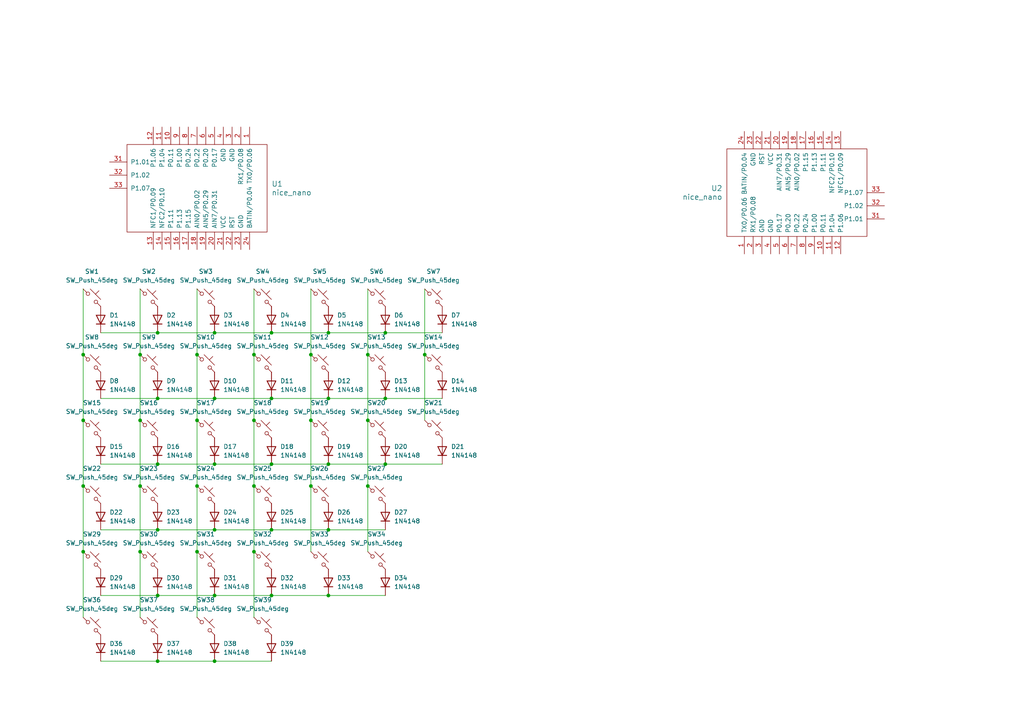
<source format=kicad_sch>
(kicad_sch (version 20250114) (generator "eeschema") (generator_version "9.0")
  (paper "A4")
  (lib_symbols
    (symbol "Diode:1N4148" (pin_numbers (hide yes)) (pin_names (hide yes))
      (property "Reference" "D" (at 0 2.54 0))
      (property "Value" "1N4148" (at 0 -2.54 0))
      (symbol "1N4148_0_1"
        (polyline (pts (xy -1.27 1.27) (xy -1.27 -1.27)) (stroke (width 0.254)))
        (polyline (pts (xy 1.27 1.27) (xy 1.27 -1.27) (xy -1.27 0) (xy 1.27 1.27)) (stroke (width 0.254)))
        (polyline (pts (xy 1.27 0) (xy -1.27 0)))
      )
      (symbol "1N4148_1_1"
        (pin passive line (at -3.81 0 0) (length 2.54) (name "K") (number "1"))
        (pin passive line (at 3.81 0 180) (length 2.54) (name "A") (number "2"))
      )
    )
    (symbol "Switch:SW_Push_45deg" (pin_numbers (hide yes)) (pin_names (offset 1.016) (hide yes))
      (property "Reference" "SW" (at 3.048 1.016 0))
      (property "Value" "SW_Push_45deg" (at 0 -3.81 0))
      (symbol "SW_Push_45deg_0_1"
        (polyline (pts (xy -2.54 2.54) (xy -1.524 1.524) (xy -1.524 1.524)))
        (circle (center -1.1684 1.1684) (radius 0.508))
        (polyline (pts (xy -0.508 2.54) (xy 2.54 -0.508)))
        (polyline (pts (xy 1.016 1.016) (xy 2.032 2.032)))
        (circle (center 1.143 -1.1938) (radius 0.508))
        (polyline (pts (xy 1.524 -1.524) (xy 2.54 -2.54) (xy 2.54 -2.54) (xy 2.54 -2.54)))
        (pin passive line (at -2.54 2.54 0) (length 0) (name "1") (number "1"))
        (pin passive line (at 2.54 -2.54 180) (length 0) (name "2") (number "2"))
      )
    )
    (symbol "nicenano:nice_nano" (pin_names (offset 1.016))
      (property "Reference" "U" (at 0 0 0))
      (property "Value" "nice_nano" (at 0 2.54 0))
      (symbol "nice_nano_0_1"
        (rectangle (start -12.7 -21.59) (end 12.7 19.05))
      )
      (symbol "nice_nano_1_1"
        (pin input line (at -17.78 13.97 0) (length 5.08) (name "TX0/P0.06") (number "1"))
        (pin input line (at -17.78 11.43 0) (length 5.08) (name "RX1/P0.08") (number "2"))
        (pin input line (at -17.78 8.89 0) (length 5.08) (name "GND") (number "3"))
        (pin input line (at -17.78 6.35 0) (length 5.08) (name "GND") (number "4"))
        (pin input line (at -17.78 3.81 0) (length 5.08) (name "P0.17") (number "5"))
        (pin input line (at -17.78 1.27 0) (length 5.08) (name "P0.20") (number "6"))
        (pin input line (at -17.78 -1.27 0) (length 5.08) (name "P0.22") (number "7"))
        (pin input line (at -17.78 -3.81 0) (length 5.08) (name "P0.24") (number "8"))
        (pin input line (at -17.78 -6.35 0) (length 5.08) (name "P1.00") (number "9"))
        (pin input line (at -17.78 -8.89 0) (length 5.08) (name "P0.11") (number "10"))
        (pin input line (at -17.78 -11.43 0) (length 5.08) (name "P1.04") (number "11"))
        (pin input line (at -17.78 -13.97 0) (length 5.08) (name "P1.06") (number "12"))
        (pin input line (at -7.62 -26.67 90) (length 5.08) (name "P1.01") (number "31"))
        (pin input line (at -3.81 -26.67 90) (length 5.08) (name "P1.02") (number "32"))
        (pin input line (at 0 -26.67 90) (length 5.08) (name "P1.07") (number "33"))
        (pin input line (at 17.78 13.97 180) (length 5.08) (name "BATIN/P0.04") (number "24"))
        (pin input line (at 17.78 11.43 180) (length 5.08) (name "GND") (number "23"))
        (pin input line (at 17.78 8.89 180) (length 5.08) (name "RST") (number "22"))
        (pin input line (at 17.78 6.35 180) (length 5.08) (name "VCC") (number "21"))
        (pin input line (at 17.78 3.81 180) (length 5.08) (name "AIN7/P0.31") (number "20"))
        (pin input line (at 17.78 1.27 180) (length 5.08) (name "AIN5/P0.29") (number "19"))
        (pin input line (at 17.78 -1.27 180) (length 5.08) (name "AIN0/P0.02") (number "18"))
        (pin input line (at 17.78 -3.81 180) (length 5.08) (name "P1.15") (number "17"))
        (pin input line (at 17.78 -6.35 180) (length 5.08) (name "P1.13") (number "16"))
        (pin input line (at 17.78 -8.89 180) (length 5.08) (name "P1.11") (number "15"))
        (pin input line (at 17.78 -11.43 180) (length 5.08) (name "NFC2/P0.10") (number "14"))
        (pin input line (at 17.78 -13.97 180) (length 5.08) (name "NFC1/P0.09") (number "13"))
      )
    )
  )
  (junction (at 73.66 102.87))
  (junction (at 62.23 115.57))
  (junction (at 106.68 140.97))
  (junction (at 95.25 153.67))
  (junction (at 111.76 134.62))
  (junction (at 123.19 102.87))
  (junction (at 62.23 172.72))
  (junction (at 95.25 134.62))
  (junction (at 45.72 115.57))
  (junction (at 62.23 134.62))
  (junction (at 62.23 153.67))
  (junction (at 45.72 134.62))
  (junction (at 78.74 115.57))
  (junction (at 40.64 140.97))
  (junction (at 57.15 160.02))
  (junction (at 95.25 115.57))
  (junction (at 57.15 102.87))
  (junction (at 95.25 172.72))
  (junction (at 111.76 96.52))
  (junction (at 40.64 102.87))
  (junction (at 45.72 153.67))
  (junction (at 62.23 191.77))
  (junction (at 78.74 153.67))
  (junction (at 40.64 121.92))
  (junction (at 57.15 121.92))
  (junction (at 78.74 134.62))
  (junction (at 106.68 121.92))
  (junction (at 78.74 172.72))
  (junction (at 106.68 102.87))
  (junction (at 73.66 121.92))
  (junction (at 73.66 160.02))
  (junction (at 24.13 121.92))
  (junction (at 90.17 140.97))
  (junction (at 24.13 160.02))
  (junction (at 45.72 191.77))
  (junction (at 45.72 96.52))
  (junction (at 111.76 115.57))
  (junction (at 78.74 96.52))
  (junction (at 95.25 96.52))
  (junction (at 73.66 140.97))
  (junction (at 62.23 96.52))
  (junction (at 40.64 160.02))
  (junction (at 90.17 121.92))
  (junction (at 24.13 102.87))
  (junction (at 57.15 140.97))
  (junction (at 90.17 102.87))
  (junction (at 45.72 172.72))
  (junction (at 24.13 140.97))
  (wire (pts (xy 29.21 134.62) (xy 45.72 134.62)))
  (wire (pts (xy 29.21 115.57) (xy 45.72 115.57)))
  (wire (pts (xy 57.15 83.82) (xy 57.15 102.87)))
  (wire (pts (xy 40.64 140.97) (xy 40.64 160.02)))
  (wire (pts (xy 24.13 140.97) (xy 24.13 160.02)))
  (wire (pts (xy 29.21 153.67) (xy 45.72 153.67)))
  (wire (pts (xy 95.25 153.67) (xy 111.76 153.67)))
  (wire (pts (xy 123.19 102.87) (xy 123.19 121.92)))
  (wire (pts (xy 24.13 160.02) (xy 24.13 179.07)))
  (wire (pts (xy 24.13 83.82) (xy 24.13 102.87)))
  (wire (pts (xy 45.72 115.57) (xy 62.23 115.57)))
  (wire (pts (xy 45.72 153.67) (xy 62.23 153.67)))
  (wire (pts (xy 24.13 121.92) (xy 24.13 140.97)))
  (wire (pts (xy 90.17 140.97) (xy 90.17 160.02)))
  (wire (pts (xy 95.25 96.52) (xy 111.76 96.52)))
  (wire (pts (xy 40.64 121.92) (xy 40.64 140.97)))
  (wire (pts (xy 45.72 191.77) (xy 62.23 191.77)))
  (wire (pts (xy 78.74 134.62) (xy 95.25 134.62)))
  (wire (pts (xy 29.21 172.72) (xy 45.72 172.72)))
  (wire (pts (xy 111.76 115.57) (xy 128.27 115.57)))
  (wire (pts (xy 106.68 140.97) (xy 106.68 160.02)))
  (wire (pts (xy 106.68 102.87) (xy 106.68 121.92)))
  (wire (pts (xy 62.23 96.52) (xy 78.74 96.52)))
  (wire (pts (xy 73.66 102.87) (xy 73.66 121.92)))
  (wire (pts (xy 111.76 134.62) (xy 128.27 134.62)))
  (wire (pts (xy 78.74 172.72) (xy 95.25 172.72)))
  (wire (pts (xy 62.23 153.67) (xy 78.74 153.67)))
  (wire (pts (xy 95.25 115.57) (xy 111.76 115.57)))
  (wire (pts (xy 45.72 172.72) (xy 62.23 172.72)))
  (wire (pts (xy 78.74 96.52) (xy 95.25 96.52)))
  (wire (pts (xy 40.64 160.02) (xy 40.64 179.07)))
  (wire (pts (xy 73.66 83.82) (xy 73.66 102.87)))
  (wire (pts (xy 45.72 96.52) (xy 62.23 96.52)))
  (wire (pts (xy 62.23 172.72) (xy 78.74 172.72)))
  (wire (pts (xy 62.23 134.62) (xy 78.74 134.62)))
  (wire (pts (xy 24.13 102.87) (xy 24.13 121.92)))
  (wire (pts (xy 106.68 83.82) (xy 106.68 102.87)))
  (wire (pts (xy 57.15 121.92) (xy 57.15 140.97)))
  (wire (pts (xy 123.19 83.82) (xy 123.19 102.87)))
  (wire (pts (xy 95.25 172.72) (xy 111.76 172.72)))
  (wire (pts (xy 111.76 96.52) (xy 128.27 96.52)))
  (wire (pts (xy 78.74 115.57) (xy 95.25 115.57)))
  (wire (pts (xy 57.15 140.97) (xy 57.15 160.02)))
  (wire (pts (xy 40.64 102.87) (xy 40.64 121.92)))
  (wire (pts (xy 73.66 121.92) (xy 73.66 140.97)))
  (wire (pts (xy 106.68 121.92) (xy 106.68 140.97)))
  (wire (pts (xy 29.21 96.52) (xy 45.72 96.52)))
  (wire (pts (xy 62.23 115.57) (xy 78.74 115.57)))
  (wire (pts (xy 57.15 160.02) (xy 57.15 179.07)))
  (wire (pts (xy 57.15 102.87) (xy 57.15 121.92)))
  (wire (pts (xy 90.17 83.82) (xy 90.17 102.87)))
  (wire (pts (xy 40.64 83.82) (xy 40.64 102.87)))
  (wire (pts (xy 29.21 191.77) (xy 45.72 191.77)))
  (wire (pts (xy 73.66 160.02) (xy 73.66 179.07)))
  (wire (pts (xy 90.17 121.92) (xy 90.17 140.97)))
  (wire (pts (xy 62.23 191.77) (xy 78.74 191.77)))
  (wire (pts (xy 95.25 134.62) (xy 111.76 134.62)))
  (wire (pts (xy 73.66 140.97) (xy 73.66 160.02)))
  (wire (pts (xy 78.74 153.67) (xy 95.25 153.67)))
  (wire (pts (xy 45.72 134.62) (xy 62.23 134.62)))
  (wire (pts (xy 90.17 102.87) (xy 90.17 121.92)))
  (symbol (lib_id "Switch:SW_Push_45deg") (at 92.71 162.56 0) (unit 1)
    (property "Reference" "SW33" (at 92.71 154.94 0))
    (property "Value" "SW_Push_45deg" (at 92.71 157.48 0))
    (property "Description" "Push button switch, normally open, two pins, 45° tilted" (effects (hide yes)))
  )
  (symbol (lib_id "Switch:SW_Push_45deg") (at 26.67 143.51 0) (unit 1)
    (property "Reference" "SW22" (at 26.67 135.89 0))
    (property "Value" "SW_Push_45deg" (at 26.67 138.43 0))
    (property "Description" "Push button switch, normally open, two pins, 45° tilted" (effects (hide yes)))
  )
  (symbol (lib_id "Diode:1N4148") (at 78.74 149.86 90) (unit 1)
    (property "Reference" "D25" (at 81.28 148.5899 90) (effects (justify right)))
    (property "Value" "1N4148" (at 81.28 151.1299 90) (effects (justify right)))
    (property "Footprint" "Diode_THT:D_DO-35_SOD27_P7.62mm_Horizontal" (effects (hide yes)))
    (property "Datasheet" "https://assets.nexperia.com/documents/data-sheet/1N4148_1N4448.pdf" (effects (hide yes)))
    (property "Description" "100V 0.15A standard switching diode, DO-35" (effects (hide yes)))
    (property "Sim.Device" "D" (effects (hide yes)))
    (property "Sim.Pins" "1=K 2=A" (effects (hide yes)))
  )
  (symbol (lib_id "Switch:SW_Push_45deg") (at 59.69 143.51 0) (unit 1)
    (property "Reference" "SW24" (at 59.69 135.89 0))
    (property "Value" "SW_Push_45deg" (at 59.69 138.43 0))
    (property "Description" "Push button switch, normally open, two pins, 45° tilted" (effects (hide yes)))
  )
  (symbol (lib_id "Switch:SW_Push_45deg") (at 59.69 162.56 0) (unit 1)
    (property "Reference" "SW31" (at 59.69 154.94 0))
    (property "Value" "SW_Push_45deg" (at 59.69 157.48 0))
    (property "Description" "Push button switch, normally open, two pins, 45° tilted" (effects (hide yes)))
  )
  (symbol (lib_id "Diode:1N4148") (at 111.76 111.76 90) (unit 1)
    (property "Reference" "D13" (at 114.3 110.4899 90) (effects (justify right)))
    (property "Value" "1N4148" (at 114.3 113.0299 90) (effects (justify right)))
    (property "Footprint" "Diode_THT:D_DO-35_SOD27_P7.62mm_Horizontal" (effects (hide yes)))
    (property "Datasheet" "https://assets.nexperia.com/documents/data-sheet/1N4148_1N4448.pdf" (effects (hide yes)))
    (property "Description" "100V 0.15A standard switching diode, DO-35" (effects (hide yes)))
    (property "Sim.Device" "D" (effects (hide yes)))
    (property "Sim.Pins" "1=K 2=A" (effects (hide yes)))
  )
  (symbol (lib_id "Diode:1N4148") (at 29.21 149.86 90) (unit 1)
    (property "Reference" "D22" (at 31.75 148.5899 90) (effects (justify right)))
    (property "Value" "1N4148" (at 31.75 151.1299 90) (effects (justify right)))
    (property "Footprint" "Diode_THT:D_DO-35_SOD27_P7.62mm_Horizontal" (effects (hide yes)))
    (property "Datasheet" "https://assets.nexperia.com/documents/data-sheet/1N4148_1N4448.pdf" (effects (hide yes)))
    (property "Description" "100V 0.15A standard switching diode, DO-35" (effects (hide yes)))
    (property "Sim.Device" "D" (effects (hide yes)))
    (property "Sim.Pins" "1=K 2=A" (effects (hide yes)))
  )
  (symbol (lib_id "Switch:SW_Push_45deg") (at 76.2 105.41 0) (unit 1)
    (property "Reference" "SW11" (at 76.2 97.79 0))
    (property "Value" "SW_Push_45deg" (at 76.2 100.33 0))
    (property "Description" "Push button switch, normally open, two pins, 45° tilted" (effects (hide yes)))
  )
  (symbol (lib_id "Diode:1N4148") (at 111.76 92.71 90) (unit 1)
    (property "Reference" "D6" (at 114.3 91.4399 90) (effects (justify right)))
    (property "Value" "1N4148" (at 114.3 93.9799 90) (effects (justify right)))
    (property "Footprint" "Diode_THT:D_DO-35_SOD27_P7.62mm_Horizontal" (effects (hide yes)))
    (property "Datasheet" "https://assets.nexperia.com/documents/data-sheet/1N4148_1N4448.pdf" (effects (hide yes)))
    (property "Description" "100V 0.15A standard switching diode, DO-35" (effects (hide yes)))
    (property "Sim.Device" "D" (effects (hide yes)))
    (property "Sim.Pins" "1=K 2=A" (effects (hide yes)))
  )
  (symbol (lib_id "Diode:1N4148") (at 128.27 111.76 90) (unit 1)
    (property "Reference" "D14" (at 130.81 110.4899 90) (effects (justify right)))
    (property "Value" "1N4148" (at 130.81 113.0299 90) (effects (justify right)))
    (property "Footprint" "Diode_THT:D_DO-35_SOD27_P7.62mm_Horizontal" (effects (hide yes)))
    (property "Datasheet" "https://assets.nexperia.com/documents/data-sheet/1N4148_1N4448.pdf" (effects (hide yes)))
    (property "Description" "100V 0.15A standard switching diode, DO-35" (effects (hide yes)))
    (property "Sim.Device" "D" (effects (hide yes)))
    (property "Sim.Pins" "1=K 2=A" (effects (hide yes)))
  )
  (symbol (lib_id "Diode:1N4148") (at 45.72 187.96 90) (unit 1)
    (property "Reference" "D37" (at 48.26 186.6899 90) (effects (justify right)))
    (property "Value" "1N4148" (at 48.26 189.2299 90) (effects (justify right)))
    (property "Footprint" "Diode_THT:D_DO-35_SOD27_P7.62mm_Horizontal" (effects (hide yes)))
    (property "Datasheet" "https://assets.nexperia.com/documents/data-sheet/1N4148_1N4448.pdf" (effects (hide yes)))
    (property "Description" "100V 0.15A standard switching diode, DO-35" (effects (hide yes)))
    (property "Sim.Device" "D" (effects (hide yes)))
    (property "Sim.Pins" "1=K 2=A" (effects (hide yes)))
  )
  (symbol (lib_id "Diode:1N4148") (at 45.72 149.86 90) (unit 1)
    (property "Reference" "D23" (at 48.26 148.5899 90) (effects (justify right)))
    (property "Value" "1N4148" (at 48.26 151.1299 90) (effects (justify right)))
    (property "Footprint" "Diode_THT:D_DO-35_SOD27_P7.62mm_Horizontal" (effects (hide yes)))
    (property "Datasheet" "https://assets.nexperia.com/documents/data-sheet/1N4148_1N4448.pdf" (effects (hide yes)))
    (property "Description" "100V 0.15A standard switching diode, DO-35" (effects (hide yes)))
    (property "Sim.Device" "D" (effects (hide yes)))
    (property "Sim.Pins" "1=K 2=A" (effects (hide yes)))
  )
  (symbol (lib_id "nicenano:nice_nano") (at 58.42 54.61 270) (unit 1)
    (property "Reference" "U1" (at 78.74 53.3399 90) (effects (font (size 1.524 1.524)) (justify left)))
    (property "Value" "nice_nano" (at 78.74 55.8799 90) (effects (font (size 1.524 1.524)) (justify left)))
  )
  (symbol (lib_id "Switch:SW_Push_45deg") (at 109.22 124.46 0) (unit 1)
    (property "Reference" "SW20" (at 109.22 116.84 0))
    (property "Value" "SW_Push_45deg" (at 109.22 119.38 0))
    (property "Description" "Push button switch, normally open, two pins, 45° tilted" (effects (hide yes)))
  )
  (symbol (lib_id "Switch:SW_Push_45deg") (at 125.73 105.41 0) (unit 1)
    (property "Reference" "SW14" (at 125.73 97.79 0))
    (property "Value" "SW_Push_45deg" (at 125.73 100.33 0))
    (property "Description" "Push button switch, normally open, two pins, 45° tilted" (effects (hide yes)))
  )
  (symbol (lib_id "Diode:1N4148") (at 78.74 92.71 90) (unit 1)
    (property "Reference" "D4" (at 81.28 91.4399 90) (effects (justify right)))
    (property "Value" "1N4148" (at 81.28 93.9799 90) (effects (justify right)))
    (property "Footprint" "Diode_THT:D_DO-35_SOD27_P7.62mm_Horizontal" (effects (hide yes)))
    (property "Datasheet" "https://assets.nexperia.com/documents/data-sheet/1N4148_1N4448.pdf" (effects (hide yes)))
    (property "Description" "100V 0.15A standard switching diode, DO-35" (effects (hide yes)))
    (property "Sim.Device" "D" (effects (hide yes)))
    (property "Sim.Pins" "1=K 2=A" (effects (hide yes)))
  )
  (symbol (lib_id "Diode:1N4148") (at 29.21 187.96 90) (unit 1)
    (property "Reference" "D36" (at 31.75 186.6899 90) (effects (justify right)))
    (property "Value" "1N4148" (at 31.75 189.2299 90) (effects (justify right)))
    (property "Footprint" "Diode_THT:D_DO-35_SOD27_P7.62mm_Horizontal" (effects (hide yes)))
    (property "Datasheet" "https://assets.nexperia.com/documents/data-sheet/1N4148_1N4448.pdf" (effects (hide yes)))
    (property "Description" "100V 0.15A standard switching diode, DO-35" (effects (hide yes)))
    (property "Sim.Device" "D" (effects (hide yes)))
    (property "Sim.Pins" "1=K 2=A" (effects (hide yes)))
  )
  (symbol (lib_id "Switch:SW_Push_45deg") (at 43.18 143.51 0) (unit 1)
    (property "Reference" "SW23" (at 43.18 135.89 0))
    (property "Value" "SW_Push_45deg" (at 43.18 138.43 0))
    (property "Description" "Push button switch, normally open, two pins, 45° tilted" (effects (hide yes)))
  )
  (symbol (lib_id "Switch:SW_Push_45deg") (at 76.2 86.36 0) (unit 1)
    (property "Reference" "SW4" (at 76.2 78.74 0))
    (property "Value" "SW_Push_45deg" (at 76.2 81.28 0))
    (property "Description" "Push button switch, normally open, two pins, 45° tilted" (effects (hide yes)))
  )
  (symbol (lib_id "Switch:SW_Push_45deg") (at 59.69 181.61 0) (unit 1)
    (property "Reference" "SW38" (at 59.69 173.99 0))
    (property "Value" "SW_Push_45deg" (at 59.69 176.53 0))
    (property "Description" "Push button switch, normally open, two pins, 45° tilted" (effects (hide yes)))
  )
  (symbol (lib_id "Diode:1N4148") (at 62.23 168.91 90) (unit 1)
    (property "Reference" "D31" (at 64.77 167.6399 90) (effects (justify right)))
    (property "Value" "1N4148" (at 64.77 170.1799 90) (effects (justify right)))
    (property "Footprint" "Diode_THT:D_DO-35_SOD27_P7.62mm_Horizontal" (effects (hide yes)))
    (property "Datasheet" "https://assets.nexperia.com/documents/data-sheet/1N4148_1N4448.pdf" (effects (hide yes)))
    (property "Description" "100V 0.15A standard switching diode, DO-35" (effects (hide yes)))
    (property "Sim.Device" "D" (effects (hide yes)))
    (property "Sim.Pins" "1=K 2=A" (effects (hide yes)))
  )
  (symbol (lib_id "Diode:1N4148") (at 62.23 130.81 90) (unit 1)
    (property "Reference" "D17" (at 64.77 129.5399 90) (effects (justify right)))
    (property "Value" "1N4148" (at 64.77 132.0799 90) (effects (justify right)))
    (property "Footprint" "Diode_THT:D_DO-35_SOD27_P7.62mm_Horizontal" (effects (hide yes)))
    (property "Datasheet" "https://assets.nexperia.com/documents/data-sheet/1N4148_1N4448.pdf" (effects (hide yes)))
    (property "Description" "100V 0.15A standard switching diode, DO-35" (effects (hide yes)))
    (property "Sim.Device" "D" (effects (hide yes)))
    (property "Sim.Pins" "1=K 2=A" (effects (hide yes)))
  )
  (symbol (lib_id "Switch:SW_Push_45deg") (at 125.73 86.36 0) (unit 1)
    (property "Reference" "SW7" (at 125.73 78.74 0))
    (property "Value" "SW_Push_45deg" (at 125.73 81.28 0))
    (property "Description" "Push button switch, normally open, two pins, 45° tilted" (effects (hide yes)))
  )
  (symbol (lib_id "Diode:1N4148") (at 95.25 149.86 90) (unit 1)
    (property "Reference" "D26" (at 97.79 148.5899 90) (effects (justify right)))
    (property "Value" "1N4148" (at 97.79 151.1299 90) (effects (justify right)))
    (property "Footprint" "Diode_THT:D_DO-35_SOD27_P7.62mm_Horizontal" (effects (hide yes)))
    (property "Datasheet" "https://assets.nexperia.com/documents/data-sheet/1N4148_1N4448.pdf" (effects (hide yes)))
    (property "Description" "100V 0.15A standard switching diode, DO-35" (effects (hide yes)))
    (property "Sim.Device" "D" (effects (hide yes)))
    (property "Sim.Pins" "1=K 2=A" (effects (hide yes)))
  )
  (symbol (lib_id "Switch:SW_Push_45deg") (at 59.69 86.36 0) (unit 1)
    (property "Reference" "SW3" (at 59.69 78.74 0))
    (property "Value" "SW_Push_45deg" (at 59.69 81.28 0))
    (property "Description" "Push button switch, normally open, two pins, 45° tilted" (effects (hide yes)))
  )
  (symbol (lib_id "Switch:SW_Push_45deg") (at 92.71 105.41 0) (unit 1)
    (property "Reference" "SW12" (at 92.71 97.79 0))
    (property "Value" "SW_Push_45deg" (at 92.71 100.33 0))
    (property "Description" "Push button switch, normally open, two pins, 45° tilted" (effects (hide yes)))
  )
  (symbol (lib_id "Switch:SW_Push_45deg") (at 43.18 105.41 0) (unit 1)
    (property "Reference" "SW9" (at 43.18 97.79 0))
    (property "Value" "SW_Push_45deg" (at 43.18 100.33 0))
    (property "Description" "Push button switch, normally open, two pins, 45° tilted" (effects (hide yes)))
  )
  (symbol (lib_id "Switch:SW_Push_45deg") (at 43.18 86.36 0) (unit 1)
    (property "Reference" "SW2" (at 43.18 78.74 0))
    (property "Value" "SW_Push_45deg" (at 43.18 81.28 0))
    (property "Description" "Push button switch, normally open, two pins, 45° tilted" (effects (hide yes)))
  )
  (symbol (lib_id "Diode:1N4148") (at 128.27 130.81 90) (unit 1)
    (property "Reference" "D21" (at 130.81 129.5399 90) (effects (justify right)))
    (property "Value" "1N4148" (at 130.81 132.0799 90) (effects (justify right)))
    (property "Footprint" "Diode_THT:D_DO-35_SOD27_P7.62mm_Horizontal" (effects (hide yes)))
    (property "Datasheet" "https://assets.nexperia.com/documents/data-sheet/1N4148_1N4448.pdf" (effects (hide yes)))
    (property "Description" "100V 0.15A standard switching diode, DO-35" (effects (hide yes)))
    (property "Sim.Device" "D" (effects (hide yes)))
    (property "Sim.Pins" "1=K 2=A" (effects (hide yes)))
  )
  (symbol (lib_id "Diode:1N4148") (at 78.74 168.91 90) (unit 1)
    (property "Reference" "D32" (at 81.28 167.6399 90) (effects (justify right)))
    (property "Value" "1N4148" (at 81.28 170.1799 90) (effects (justify right)))
    (property "Footprint" "Diode_THT:D_DO-35_SOD27_P7.62mm_Horizontal" (effects (hide yes)))
    (property "Datasheet" "https://assets.nexperia.com/documents/data-sheet/1N4148_1N4448.pdf" (effects (hide yes)))
    (property "Description" "100V 0.15A standard switching diode, DO-35" (effects (hide yes)))
    (property "Sim.Device" "D" (effects (hide yes)))
    (property "Sim.Pins" "1=K 2=A" (effects (hide yes)))
  )
  (symbol (lib_id "Diode:1N4148") (at 95.25 130.81 90) (unit 1)
    (property "Reference" "D19" (at 97.79 129.5399 90) (effects (justify right)))
    (property "Value" "1N4148" (at 97.79 132.0799 90) (effects (justify right)))
    (property "Footprint" "Diode_THT:D_DO-35_SOD27_P7.62mm_Horizontal" (effects (hide yes)))
    (property "Datasheet" "https://assets.nexperia.com/documents/data-sheet/1N4148_1N4448.pdf" (effects (hide yes)))
    (property "Description" "100V 0.15A standard switching diode, DO-35" (effects (hide yes)))
    (property "Sim.Device" "D" (effects (hide yes)))
    (property "Sim.Pins" "1=K 2=A" (effects (hide yes)))
  )
  (symbol (lib_id "Switch:SW_Push_45deg") (at 26.67 86.36 0) (unit 1)
    (property "Reference" "SW1" (at 26.67 78.74 0))
    (property "Value" "SW_Push_45deg" (at 26.67 81.28 0))
    (property "Description" "Push button switch, normally open, two pins, 45° tilted" (effects (hide yes)))
  )
  (symbol (lib_id "Diode:1N4148") (at 62.23 149.86 90) (unit 1)
    (property "Reference" "D24" (at 64.77 148.5899 90) (effects (justify right)))
    (property "Value" "1N4148" (at 64.77 151.1299 90) (effects (justify right)))
    (property "Footprint" "Diode_THT:D_DO-35_SOD27_P7.62mm_Horizontal" (effects (hide yes)))
    (property "Datasheet" "https://assets.nexperia.com/documents/data-sheet/1N4148_1N4448.pdf" (effects (hide yes)))
    (property "Description" "100V 0.15A standard switching diode, DO-35" (effects (hide yes)))
    (property "Sim.Device" "D" (effects (hide yes)))
    (property "Sim.Pins" "1=K 2=A" (effects (hide yes)))
  )
  (symbol (lib_id "Diode:1N4148") (at 62.23 187.96 90) (unit 1)
    (property "Reference" "D38" (at 64.77 186.6899 90) (effects (justify right)))
    (property "Value" "1N4148" (at 64.77 189.2299 90) (effects (justify right)))
    (property "Footprint" "Diode_THT:D_DO-35_SOD27_P7.62mm_Horizontal" (effects (hide yes)))
    (property "Datasheet" "https://assets.nexperia.com/documents/data-sheet/1N4148_1N4448.pdf" (effects (hide yes)))
    (property "Description" "100V 0.15A standard switching diode, DO-35" (effects (hide yes)))
    (property "Sim.Device" "D" (effects (hide yes)))
    (property "Sim.Pins" "1=K 2=A" (effects (hide yes)))
  )
  (symbol (lib_id "Diode:1N4148") (at 45.72 92.71 90) (unit 1)
    (property "Reference" "D2" (at 48.26 91.4399 90) (effects (justify right)))
    (property "Value" "1N4148" (at 48.26 93.9799 90) (effects (justify right)))
    (property "Footprint" "Diode_THT:D_DO-35_SOD27_P7.62mm_Horizontal" (effects (hide yes)))
    (property "Datasheet" "https://assets.nexperia.com/documents/data-sheet/1N4148_1N4448.pdf" (effects (hide yes)))
    (property "Description" "100V 0.15A standard switching diode, DO-35" (effects (hide yes)))
    (property "Sim.Device" "D" (effects (hide yes)))
    (property "Sim.Pins" "1=K 2=A" (effects (hide yes)))
  )
  (symbol (lib_id "Diode:1N4148") (at 78.74 130.81 90) (unit 1)
    (property "Reference" "D18" (at 81.28 129.5399 90) (effects (justify right)))
    (property "Value" "1N4148" (at 81.28 132.0799 90) (effects (justify right)))
    (property "Footprint" "Diode_THT:D_DO-35_SOD27_P7.62mm_Horizontal" (effects (hide yes)))
    (property "Datasheet" "https://assets.nexperia.com/documents/data-sheet/1N4148_1N4448.pdf" (effects (hide yes)))
    (property "Description" "100V 0.15A standard switching diode, DO-35" (effects (hide yes)))
    (property "Sim.Device" "D" (effects (hide yes)))
    (property "Sim.Pins" "1=K 2=A" (effects (hide yes)))
  )
  (symbol (lib_id "Diode:1N4148") (at 45.72 111.76 90) (unit 1)
    (property "Reference" "D9" (at 48.26 110.4899 90) (effects (justify right)))
    (property "Value" "1N4148" (at 48.26 113.0299 90) (effects (justify right)))
    (property "Footprint" "Diode_THT:D_DO-35_SOD27_P7.62mm_Horizontal" (effects (hide yes)))
    (property "Datasheet" "https://assets.nexperia.com/documents/data-sheet/1N4148_1N4448.pdf" (effects (hide yes)))
    (property "Description" "100V 0.15A standard switching diode, DO-35" (effects (hide yes)))
    (property "Sim.Device" "D" (effects (hide yes)))
    (property "Sim.Pins" "1=K 2=A" (effects (hide yes)))
  )
  (symbol (lib_id "Diode:1N4148") (at 95.25 92.71 90) (unit 1)
    (property "Reference" "D5" (at 97.79 91.4399 90) (effects (justify right)))
    (property "Value" "1N4148" (at 97.79 93.9799 90) (effects (justify right)))
    (property "Footprint" "Diode_THT:D_DO-35_SOD27_P7.62mm_Horizontal" (effects (hide yes)))
    (property "Datasheet" "https://assets.nexperia.com/documents/data-sheet/1N4148_1N4448.pdf" (effects (hide yes)))
    (property "Description" "100V 0.15A standard switching diode, DO-35" (effects (hide yes)))
    (property "Sim.Device" "D" (effects (hide yes)))
    (property "Sim.Pins" "1=K 2=A" (effects (hide yes)))
  )
  (symbol (lib_id "Diode:1N4148") (at 29.21 130.81 90) (unit 1)
    (property "Reference" "D15" (at 31.75 129.5399 90) (effects (justify right)))
    (property "Value" "1N4148" (at 31.75 132.0799 90) (effects (justify right)))
    (property "Footprint" "Diode_THT:D_DO-35_SOD27_P7.62mm_Horizontal" (effects (hide yes)))
    (property "Datasheet" "https://assets.nexperia.com/documents/data-sheet/1N4148_1N4448.pdf" (effects (hide yes)))
    (property "Description" "100V 0.15A standard switching diode, DO-35" (effects (hide yes)))
    (property "Sim.Device" "D" (effects (hide yes)))
    (property "Sim.Pins" "1=K 2=A" (effects (hide yes)))
  )
  (symbol (lib_id "Switch:SW_Push_45deg") (at 26.67 181.61 0) (unit 1)
    (property "Reference" "SW36" (at 26.67 173.99 0))
    (property "Value" "SW_Push_45deg" (at 26.67 176.53 0))
    (property "Description" "Push button switch, normally open, two pins, 45° tilted" (effects (hide yes)))
  )
  (symbol (lib_id "Switch:SW_Push_45deg") (at 76.2 143.51 0) (unit 1)
    (property "Reference" "SW25" (at 76.2 135.89 0))
    (property "Value" "SW_Push_45deg" (at 76.2 138.43 0))
    (property "Description" "Push button switch, normally open, two pins, 45° tilted" (effects (hide yes)))
  )
  (symbol (lib_id "Switch:SW_Push_45deg") (at 92.71 86.36 0) (unit 1)
    (property "Reference" "SW5" (at 92.71 78.74 0))
    (property "Value" "SW_Push_45deg" (at 92.71 81.28 0))
    (property "Description" "Push button switch, normally open, two pins, 45° tilted" (effects (hide yes)))
  )
  (symbol (lib_id "Diode:1N4148") (at 62.23 92.71 90) (unit 1)
    (property "Reference" "D3" (at 64.77 91.4399 90) (effects (justify right)))
    (property "Value" "1N4148" (at 64.77 93.9799 90) (effects (justify right)))
    (property "Footprint" "Diode_THT:D_DO-35_SOD27_P7.62mm_Horizontal" (effects (hide yes)))
    (property "Datasheet" "https://assets.nexperia.com/documents/data-sheet/1N4148_1N4448.pdf" (effects (hide yes)))
    (property "Description" "100V 0.15A standard switching diode, DO-35" (effects (hide yes)))
    (property "Sim.Device" "D" (effects (hide yes)))
    (property "Sim.Pins" "1=K 2=A" (effects (hide yes)))
  )
  (symbol (lib_id "Switch:SW_Push_45deg") (at 26.67 162.56 0) (unit 1)
    (property "Reference" "SW29" (at 26.67 154.94 0))
    (property "Value" "SW_Push_45deg" (at 26.67 157.48 0))
    (property "Description" "Push button switch, normally open, two pins, 45° tilted" (effects (hide yes)))
  )
  (symbol (lib_id "Diode:1N4148") (at 111.76 130.81 90) (unit 1)
    (property "Reference" "D20" (at 114.3 129.5399 90) (effects (justify right)))
    (property "Value" "1N4148" (at 114.3 132.0799 90) (effects (justify right)))
    (property "Footprint" "Diode_THT:D_DO-35_SOD27_P7.62mm_Horizontal" (effects (hide yes)))
    (property "Datasheet" "https://assets.nexperia.com/documents/data-sheet/1N4148_1N4448.pdf" (effects (hide yes)))
    (property "Description" "100V 0.15A standard switching diode, DO-35" (effects (hide yes)))
    (property "Sim.Device" "D" (effects (hide yes)))
    (property "Sim.Pins" "1=K 2=A" (effects (hide yes)))
  )
  (symbol (lib_id "Diode:1N4148") (at 95.25 111.76 90) (unit 1)
    (property "Reference" "D12" (at 97.79 110.4899 90) (effects (justify right)))
    (property "Value" "1N4148" (at 97.79 113.0299 90) (effects (justify right)))
    (property "Footprint" "Diode_THT:D_DO-35_SOD27_P7.62mm_Horizontal" (effects (hide yes)))
    (property "Datasheet" "https://assets.nexperia.com/documents/data-sheet/1N4148_1N4448.pdf" (effects (hide yes)))
    (property "Description" "100V 0.15A standard switching diode, DO-35" (effects (hide yes)))
    (property "Sim.Device" "D" (effects (hide yes)))
    (property "Sim.Pins" "1=K 2=A" (effects (hide yes)))
  )
  (symbol (lib_id "Diode:1N4148") (at 45.72 168.91 90) (unit 1)
    (property "Reference" "D30" (at 48.26 167.6399 90) (effects (justify right)))
    (property "Value" "1N4148" (at 48.26 170.1799 90) (effects (justify right)))
    (property "Footprint" "Diode_THT:D_DO-35_SOD27_P7.62mm_Horizontal" (effects (hide yes)))
    (property "Datasheet" "https://assets.nexperia.com/documents/data-sheet/1N4148_1N4448.pdf" (effects (hide yes)))
    (property "Description" "100V 0.15A standard switching diode, DO-35" (effects (hide yes)))
    (property "Sim.Device" "D" (effects (hide yes)))
    (property "Sim.Pins" "1=K 2=A" (effects (hide yes)))
  )
  (symbol (lib_id "Diode:1N4148") (at 29.21 92.71 90) (unit 1)
    (property "Reference" "D1" (at 31.75 91.4399 90) (effects (justify right)))
    (property "Value" "1N4148" (at 31.75 93.9799 90) (effects (justify right)))
    (property "Footprint" "Diode_THT:D_DO-35_SOD27_P7.62mm_Horizontal" (effects (hide yes)))
    (property "Datasheet" "https://assets.nexperia.com/documents/data-sheet/1N4148_1N4448.pdf" (effects (hide yes)))
    (property "Description" "100V 0.15A standard switching diode, DO-35" (effects (hide yes)))
    (property "Sim.Device" "D" (effects (hide yes)))
    (property "Sim.Pins" "1=K 2=A" (effects (hide yes)))
  )
  (symbol (lib_id "Switch:SW_Push_45deg") (at 59.69 105.41 0) (unit 1)
    (property "Reference" "SW10" (at 59.69 97.79 0))
    (property "Value" "SW_Push_45deg" (at 59.69 100.33 0))
    (property "Description" "Push button switch, normally open, two pins, 45° tilted" (effects (hide yes)))
  )
  (symbol (lib_id "Diode:1N4148") (at 111.76 149.86 90) (unit 1)
    (property "Reference" "D27" (at 114.3 148.5899 90) (effects (justify right)))
    (property "Value" "1N4148" (at 114.3 151.1299 90) (effects (justify right)))
    (property "Footprint" "Diode_THT:D_DO-35_SOD27_P7.62mm_Horizontal" (effects (hide yes)))
    (property "Datasheet" "https://assets.nexperia.com/documents/data-sheet/1N4148_1N4448.pdf" (effects (hide yes)))
    (property "Description" "100V 0.15A standard switching diode, DO-35" (effects (hide yes)))
    (property "Sim.Device" "D" (effects (hide yes)))
    (property "Sim.Pins" "1=K 2=A" (effects (hide yes)))
  )
  (symbol (lib_id "Switch:SW_Push_45deg") (at 26.67 124.46 0) (unit 1)
    (property "Reference" "SW15" (at 26.67 116.84 0))
    (property "Value" "SW_Push_45deg" (at 26.67 119.38 0))
    (property "Description" "Push button switch, normally open, two pins, 45° tilted" (effects (hide yes)))
  )
  (symbol (lib_id "Switch:SW_Push_45deg") (at 92.71 124.46 0) (unit 1)
    (property "Reference" "SW19" (at 92.71 116.84 0))
    (property "Value" "SW_Push_45deg" (at 92.71 119.38 0))
    (property "Description" "Push button switch, normally open, two pins, 45° tilted" (effects (hide yes)))
  )
  (symbol (lib_id "Switch:SW_Push_45deg") (at 109.22 105.41 0) (unit 1)
    (property "Reference" "SW13" (at 109.22 97.79 0))
    (property "Value" "SW_Push_45deg" (at 109.22 100.33 0))
    (property "Description" "Push button switch, normally open, two pins, 45° tilted" (effects (hide yes)))
  )
  (symbol (lib_id "Diode:1N4148") (at 29.21 111.76 90) (unit 1)
    (property "Reference" "D8" (at 31.75 110.4899 90) (effects (justify right)))
    (property "Value" "1N4148" (at 31.75 113.0299 90) (effects (justify right)))
    (property "Footprint" "Diode_THT:D_DO-35_SOD27_P7.62mm_Horizontal" (effects (hide yes)))
    (property "Datasheet" "https://assets.nexperia.com/documents/data-sheet/1N4148_1N4448.pdf" (effects (hide yes)))
    (property "Description" "100V 0.15A standard switching diode, DO-35" (effects (hide yes)))
    (property "Sim.Device" "D" (effects (hide yes)))
    (property "Sim.Pins" "1=K 2=A" (effects (hide yes)))
  )
  (symbol (lib_id "Switch:SW_Push_45deg") (at 43.18 181.61 0) (unit 1)
    (property "Reference" "SW37" (at 43.18 173.99 0))
    (property "Value" "SW_Push_45deg" (at 43.18 176.53 0))
    (property "Description" "Push button switch, normally open, two pins, 45° tilted" (effects (hide yes)))
  )
  (symbol (lib_id "nicenano:nice_nano") (at 229.87 55.88 90) (unit 1)
    (property "Reference" "U2" (at 209.55 54.6099 90) (effects (font (size 1.524 1.524)) (justify left)))
    (property "Value" "nice_nano" (at 209.55 57.1499 90) (effects (font (size 1.524 1.524)) (justify left)))
  )
  (symbol (lib_id "Switch:SW_Push_45deg") (at 76.2 162.56 0) (unit 1)
    (property "Reference" "SW32" (at 76.2 154.94 0))
    (property "Value" "SW_Push_45deg" (at 76.2 157.48 0))
    (property "Description" "Push button switch, normally open, two pins, 45° tilted" (effects (hide yes)))
  )
  (symbol (lib_id "Switch:SW_Push_45deg") (at 76.2 124.46 0) (unit 1)
    (property "Reference" "SW18" (at 76.2 116.84 0))
    (property "Value" "SW_Push_45deg" (at 76.2 119.38 0))
    (property "Description" "Push button switch, normally open, two pins, 45° tilted" (effects (hide yes)))
  )
  (symbol (lib_id "Diode:1N4148") (at 95.25 168.91 90) (unit 1)
    (property "Reference" "D33" (at 97.79 167.6399 90) (effects (justify right)))
    (property "Value" "1N4148" (at 97.79 170.1799 90) (effects (justify right)))
    (property "Footprint" "Diode_THT:D_DO-35_SOD27_P7.62mm_Horizontal" (effects (hide yes)))
    (property "Datasheet" "https://assets.nexperia.com/documents/data-sheet/1N4148_1N4448.pdf" (effects (hide yes)))
    (property "Description" "100V 0.15A standard switching diode, DO-35" (effects (hide yes)))
    (property "Sim.Device" "D" (effects (hide yes)))
    (property "Sim.Pins" "1=K 2=A" (effects (hide yes)))
  )
  (symbol (lib_id "Switch:SW_Push_45deg") (at 59.69 124.46 0) (unit 1)
    (property "Reference" "SW17" (at 59.69 116.84 0))
    (property "Value" "SW_Push_45deg" (at 59.69 119.38 0))
    (property "Description" "Push button switch, normally open, two pins, 45° tilted" (effects (hide yes)))
  )
  (symbol (lib_id "Switch:SW_Push_45deg") (at 76.2 181.61 0) (unit 1)
    (property "Reference" "SW39" (at 76.2 173.99 0))
    (property "Value" "SW_Push_45deg" (at 76.2 176.53 0))
    (property "Description" "Push button switch, normally open, two pins, 45° tilted" (effects (hide yes)))
  )
  (symbol (lib_id "Diode:1N4148") (at 128.27 92.71 90) (unit 1)
    (property "Reference" "D7" (at 130.81 91.4399 90) (effects (justify right)))
    (property "Value" "1N4148" (at 130.81 93.9799 90) (effects (justify right)))
    (property "Footprint" "Diode_THT:D_DO-35_SOD27_P7.62mm_Horizontal" (effects (hide yes)))
    (property "Datasheet" "https://assets.nexperia.com/documents/data-sheet/1N4148_1N4448.pdf" (effects (hide yes)))
    (property "Description" "100V 0.15A standard switching diode, DO-35" (effects (hide yes)))
    (property "Sim.Device" "D" (effects (hide yes)))
    (property "Sim.Pins" "1=K 2=A" (effects (hide yes)))
  )
  (symbol (lib_id "Switch:SW_Push_45deg") (at 26.67 105.41 0) (unit 1)
    (property "Reference" "SW8" (at 26.67 97.79 0))
    (property "Value" "SW_Push_45deg" (at 26.67 100.33 0))
    (property "Description" "Push button switch, normally open, two pins, 45° tilted" (effects (hide yes)))
  )
  (symbol (lib_id "Switch:SW_Push_45deg") (at 125.73 124.46 0) (unit 1)
    (property "Reference" "SW21" (at 125.73 116.84 0))
    (property "Value" "SW_Push_45deg" (at 125.73 119.38 0))
    (property "Description" "Push button switch, normally open, two pins, 45° tilted" (effects (hide yes)))
  )
  (symbol (lib_id "Switch:SW_Push_45deg") (at 43.18 162.56 0) (unit 1)
    (property "Reference" "SW30" (at 43.18 154.94 0))
    (property "Value" "SW_Push_45deg" (at 43.18 157.48 0))
    (property "Description" "Push button switch, normally open, two pins, 45° tilted" (effects (hide yes)))
  )
  (symbol (lib_id "Switch:SW_Push_45deg") (at 109.22 162.56 0) (unit 1)
    (property "Reference" "SW34" (at 109.22 154.94 0))
    (property "Value" "SW_Push_45deg" (at 109.22 157.48 0))
    (property "Description" "Push button switch, normally open, two pins, 45° tilted" (effects (hide yes)))
  )
  (symbol (lib_id "Diode:1N4148") (at 78.74 111.76 90) (unit 1)
    (property "Reference" "D11" (at 81.28 110.4899 90) (effects (justify right)))
    (property "Value" "1N4148" (at 81.28 113.0299 90) (effects (justify right)))
    (property "Footprint" "Diode_THT:D_DO-35_SOD27_P7.62mm_Horizontal" (effects (hide yes)))
    (property "Datasheet" "https://assets.nexperia.com/documents/data-sheet/1N4148_1N4448.pdf" (effects (hide yes)))
    (property "Description" "100V 0.15A standard switching diode, DO-35" (effects (hide yes)))
    (property "Sim.Device" "D" (effects (hide yes)))
    (property "Sim.Pins" "1=K 2=A" (effects (hide yes)))
  )
  (symbol (lib_id "Switch:SW_Push_45deg") (at 43.18 124.46 0) (unit 1)
    (property "Reference" "SW16" (at 43.18 116.84 0))
    (property "Value" "SW_Push_45deg" (at 43.18 119.38 0))
    (property "Description" "Push button switch, normally open, two pins, 45° tilted" (effects (hide yes)))
  )
  (symbol (lib_id "Diode:1N4148") (at 62.23 111.76 90) (unit 1)
    (property "Reference" "D10" (at 64.77 110.4899 90) (effects (justify right)))
    (property "Value" "1N4148" (at 64.77 113.0299 90) (effects (justify right)))
    (property "Footprint" "Diode_THT:D_DO-35_SOD27_P7.62mm_Horizontal" (effects (hide yes)))
    (property "Datasheet" "https://assets.nexperia.com/documents/data-sheet/1N4148_1N4448.pdf" (effects (hide yes)))
    (property "Description" "100V 0.15A standard switching diode, DO-35" (effects (hide yes)))
    (property "Sim.Device" "D" (effects (hide yes)))
    (property "Sim.Pins" "1=K 2=A" (effects (hide yes)))
  )
  (symbol (lib_id "Diode:1N4148") (at 45.72 130.81 90) (unit 1)
    (property "Reference" "D16" (at 48.26 129.5399 90) (effects (justify right)))
    (property "Value" "1N4148" (at 48.26 132.0799 90) (effects (justify right)))
    (property "Footprint" "Diode_THT:D_DO-35_SOD27_P7.62mm_Horizontal" (effects (hide yes)))
    (property "Datasheet" "https://assets.nexperia.com/documents/data-sheet/1N4148_1N4448.pdf" (effects (hide yes)))
    (property "Description" "100V 0.15A standard switching diode, DO-35" (effects (hide yes)))
    (property "Sim.Device" "D" (effects (hide yes)))
    (property "Sim.Pins" "1=K 2=A" (effects (hide yes)))
  )
  (symbol (lib_id "Switch:SW_Push_45deg") (at 109.22 86.36 0) (unit 1)
    (property "Reference" "SW6" (at 109.22 78.74 0))
    (property "Value" "SW_Push_45deg" (at 109.22 81.28 0))
    (property "Description" "Push button switch, normally open, two pins, 45° tilted" (effects (hide yes)))
  )
  (symbol (lib_id "Diode:1N4148") (at 29.21 168.91 90) (unit 1)
    (property "Reference" "D29" (at 31.75 167.6399 90) (effects (justify right)))
    (property "Value" "1N4148" (at 31.75 170.1799 90) (effects (justify right)))
    (property "Footprint" "Diode_THT:D_DO-35_SOD27_P7.62mm_Horizontal" (effects (hide yes)))
    (property "Datasheet" "https://assets.nexperia.com/documents/data-sheet/1N4148_1N4448.pdf" (effects (hide yes)))
    (property "Description" "100V 0.15A standard switching diode, DO-35" (effects (hide yes)))
    (property "Sim.Device" "D" (effects (hide yes)))
    (property "Sim.Pins" "1=K 2=A" (effects (hide yes)))
  )
  (symbol (lib_id "Switch:SW_Push_45deg") (at 92.71 143.51 0) (unit 1)
    (property "Reference" "SW26" (at 92.71 135.89 0))
    (property "Value" "SW_Push_45deg" (at 92.71 138.43 0))
    (property "Description" "Push button switch, normally open, two pins, 45° tilted" (effects (hide yes)))
  )
  (symbol (lib_id "Diode:1N4148") (at 111.76 168.91 90) (unit 1)
    (property "Reference" "D34" (at 114.3 167.6399 90) (effects (justify right)))
    (property "Value" "1N4148" (at 114.3 170.1799 90) (effects (justify right)))
    (property "Footprint" "Diode_THT:D_DO-35_SOD27_P7.62mm_Horizontal" (effects (hide yes)))
    (property "Datasheet" "https://assets.nexperia.com/documents/data-sheet/1N4148_1N4448.pdf" (effects (hide yes)))
    (property "Description" "100V 0.15A standard switching diode, DO-35" (effects (hide yes)))
    (property "Sim.Device" "D" (effects (hide yes)))
    (property "Sim.Pins" "1=K 2=A" (effects (hide yes)))
  )
  (symbol (lib_id "Switch:SW_Push_45deg") (at 109.22 143.51 0) (unit 1)
    (property "Reference" "SW27" (at 109.22 135.89 0))
    (property "Value" "SW_Push_45deg" (at 109.22 138.43 0))
    (property "Description" "Push button switch, normally open, two pins, 45° tilted" (effects (hide yes)))
  )
  (symbol (lib_id "Diode:1N4148") (at 78.74 187.96 90) (unit 1)
    (property "Reference" "D39" (at 81.28 186.6899 90) (effects (justify right)))
    (property "Value" "1N4148" (at 81.28 189.2299 90) (effects (justify right)))
    (property "Footprint" "Diode_THT:D_DO-35_SOD27_P7.62mm_Horizontal" (effects (hide yes)))
    (property "Datasheet" "https://assets.nexperia.com/documents/data-sheet/1N4148_1N4448.pdf" (effects (hide yes)))
    (property "Description" "100V 0.15A standard switching diode, DO-35" (effects (hide yes)))
    (property "Sim.Device" "D" (effects (hide yes)))
    (property "Sim.Pins" "1=K 2=A" (effects (hide yes)))
  )
)
</source>
